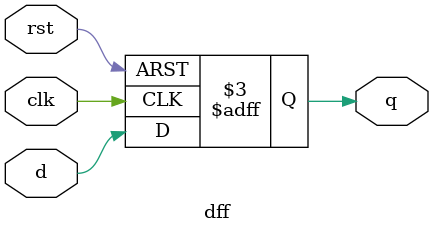
<source format=v>
module dff (clk, rst, d, q);
	input	clk, rst, d;
	output q;

	reg q;

	always @(posedge clk or negedge rst)
	begin
		if (~rst) begin
			q <= 1'b0;
		end else begin
			q <= d;
		end
	end
endmodule

</source>
